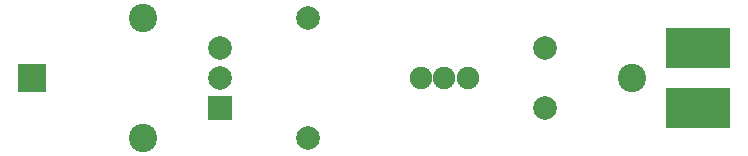
<source format=gbr>
G04 #@! TF.FileFunction,Soldermask,Top*
%FSLAX46Y46*%
G04 Gerber Fmt 4.6, Leading zero omitted, Abs format (unit mm)*
G04 Created by KiCad (PCBNEW 4.0.1-stable) date 2017/10/27 20:21:07*
%MOMM*%
G01*
G04 APERTURE LIST*
%ADD10C,0.100000*%
%ADD11R,2.400000X2.400000*%
%ADD12C,2.400000*%
%ADD13C,2.000000*%
%ADD14R,5.400000X3.400000*%
%ADD15C,1.900000*%
%ADD16R,2.000000X2.000000*%
G04 APERTURE END LIST*
D10*
D11*
X141600000Y-116000000D03*
D12*
X192400000Y-116000000D03*
D13*
X185000000Y-113460000D03*
X185000000Y-118540000D03*
D12*
X151000000Y-121080000D03*
X151000000Y-110920000D03*
D14*
X198000000Y-118540000D03*
X198000000Y-113460000D03*
D13*
X165000000Y-110920000D03*
X165000000Y-121080000D03*
D15*
X174500000Y-116000000D03*
X176500000Y-116000000D03*
X178500000Y-116000000D03*
D16*
X157500000Y-118540000D03*
D13*
X157500000Y-116000000D03*
X157500000Y-113460000D03*
M02*

</source>
